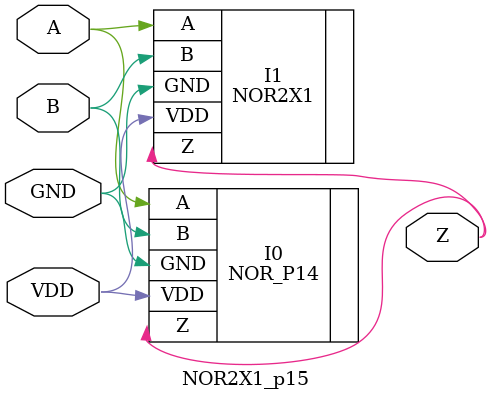
<source format=v>

module NOR2X1_p15 (
GND,B,VDD,A,Z );
input  GND;
input  B;
input  VDD;
input  A;
output  Z;
wire VDD;
wire Z;
wire A;
wire B;
wire GND;

NOR_P14    
 I0  ( .VDD( VDD ), .Z( Z ), .A( A ), .B( B ), .GND( GND ) );

NOR2X1    
 I1  ( .VDD( VDD ), .Z( Z ), .A( A ), .B( B ), .GND( GND ) );

endmodule


</source>
